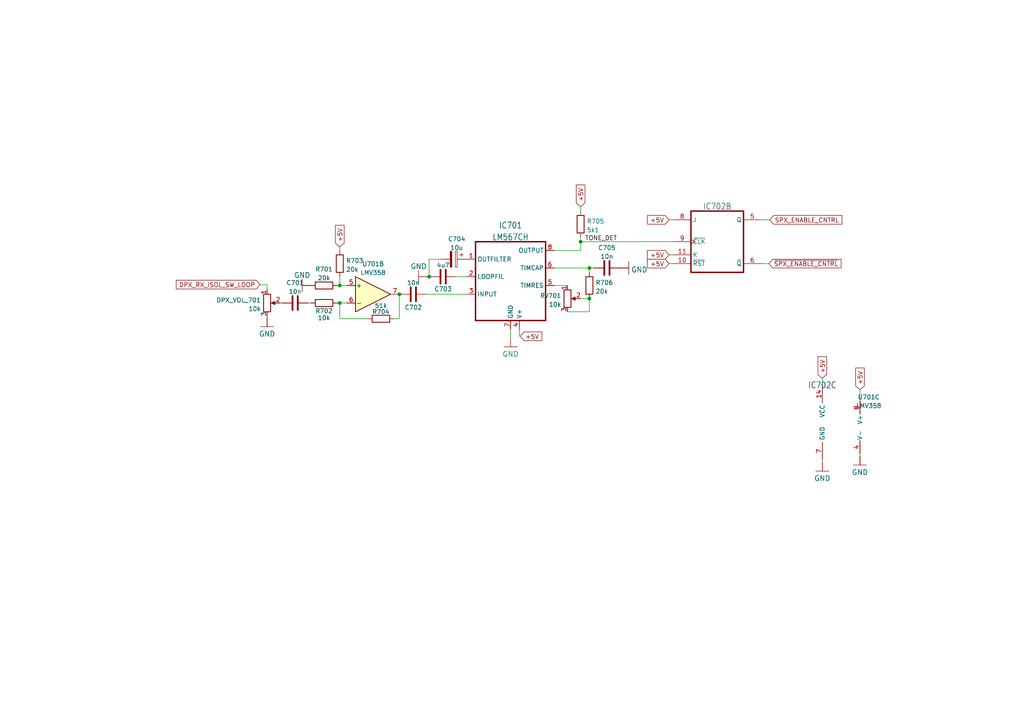
<source format=kicad_sch>
(kicad_sch (version 20211123) (generator eeschema)
  (paper "A4")
  (title_block (title "ParaCNTRL - FM repeater controller made of 74xx and analog") (date "2023-06-17") (rev "C") (company "ML Elektronika Mateusz Lubecki") (comment 1 "Simplex enable remote control") (comment 2 "1750Hz / 2600Hz tone detector"))
  (lib_symbols
    (symbol "Amplifier_Operational:LMV358" (pin_names (offset 0.127))
      (property "Reference" "U" (at 0 5.08 0))
      (property "Value" "LMV358" (at 0 -5.08 0))
      (symbol "LMV358_1_1"
        (polyline (pts (xy -5.08 5.08) (xy 5.08 0) (xy -5.08 -5.08) (xy -5.08 5.08)) (stroke (width 0.254)) (fill (type background)))
        (pin output line (at 7.62 0 180) (length 2.54) (name "~") (number "1"))
        (pin input line (at -7.62 -2.54 0) (length 2.54) (name "-") (number "2"))
        (pin input line (at -7.62 2.54 0) (length 2.54) (name "+") (number "3"))
      )
      (symbol "LMV358_2_1"
        (polyline (pts (xy -5.08 5.08) (xy 5.08 0) (xy -5.08 -5.08) (xy -5.08 5.08)) (stroke (width 0.254)) (fill (type background)))
        (pin input line (at -7.62 2.54 0) (length 2.54) (name "+") (number "5"))
        (pin input line (at -7.62 -2.54 0) (length 2.54) (name "-") (number "6"))
        (pin output line (at 7.62 0 180) (length 2.54) (name "~") (number "7"))
      )
      (symbol "LMV358_3_1"
        (pin power_in line (at -2.54 -7.62 90) (length 3.81) (name "V-") (number "4"))
        (pin power_in line (at -2.54 7.62 270) (length 3.81) (name "V+") (number "8"))
      )
    )
    (symbol "Device:C" (pin_numbers hide) (pin_names (offset 0.254))
      (property "Reference" "C" (at 0.635 2.54 0))
      (property "Value" "C" (at 0.635 -2.54 0))
      (symbol "C_0_1"
        (polyline (pts (xy -2.032 -0.762) (xy 2.032 -0.762)) (stroke (width 0.508)))
        (polyline (pts (xy -2.032 0.762) (xy 2.032 0.762)) (stroke (width 0.508)))
      )
      (symbol "C_1_1"
        (pin passive line (at 0 3.81 270) (length 2.794) (name "~") (number "1"))
        (pin passive line (at 0 -3.81 90) (length 2.794) (name "~") (number "2"))
      )
    )
    (symbol "Device:C_Polarized" (pin_numbers hide) (pin_names (offset 0.254))
      (property "Reference" "C" (at 0.635 2.54 0))
      (property "Value" "C_Polarized" (at 0.635 -2.54 0))
      (symbol "C_Polarized_0_1"
        (rectangle (start -2.286 0.508) (end 2.286 1.016))
        (polyline (pts (xy -1.778 2.286) (xy -0.762 2.286)))
        (polyline (pts (xy -1.27 2.794) (xy -1.27 1.778)))
        (rectangle (start 2.286 -0.508) (end -2.286 -1.016) (fill (type outline)))
      )
      (symbol "C_Polarized_1_1"
        (pin passive line (at 0 3.81 270) (length 2.794) (name "~") (number "1"))
        (pin passive line (at 0 -3.81 90) (length 2.794) (name "~") (number "2"))
      )
    )
    (symbol "Device:R" (pin_numbers hide) (pin_names (offset 0))
      (property "Reference" "R" (at 2.032 0 90))
      (property "Value" "R" (at 0 0 90))
      (symbol "R_0_1"
        (rectangle (start -1.016 -2.54) (end 1.016 2.54) (stroke (width 0.254)))
      )
      (symbol "R_1_1"
        (pin passive line (at 0 3.81 270) (length 1.27) (name "~") (number "1"))
        (pin passive line (at 0 -3.81 90) (length 1.27) (name "~") (number "2"))
      )
    )
    (symbol "Device:R_Potentiometer" (pin_names (offset 1.016) hide)
      (property "Reference" "RV" (at -4.445 0 90))
      (property "Value" "R_Potentiometer" (at -2.54 0 90))
      (symbol "R_Potentiometer_0_1"
        (polyline (pts (xy 2.54 0) (xy 1.524 0)))
        (polyline (pts (xy 1.143 0) (xy 2.286 0.508) (xy 2.286 -0.508) (xy 1.143 0)) (fill (type outline)))
        (rectangle (start 1.016 2.54) (end -1.016 -2.54) (stroke (width 0.254)))
      )
      (symbol "R_Potentiometer_1_1"
        (pin passive line (at 0 3.81 270) (length 1.27) (name "1") (number "1"))
        (pin passive line (at 3.81 0 180) (length 1.27) (name "2") (number "2"))
        (pin passive line (at 0 -3.81 90) (length 1.27) (name "3") (number "3"))
      )
    )
    (symbol "jk_flipflop:74HC107D"
      (property "Reference" "IC" (at -0.635 -0.635 0))
      (symbol "74HC107D_1_0"
        (polyline (pts (xy -7.62 -7.62) (xy 7.62 -7.62)) (stroke (width 0.4064)))
        (polyline (pts (xy -7.62 10.16) (xy -7.62 -7.62)) (stroke (width 0.4064)))
        (polyline (pts (xy 7.62 -7.62) (xy 7.62 10.16)) (stroke (width 0.4064)))
        (polyline (pts (xy 7.62 10.16) (xy -7.62 10.16)) (stroke (width 0.4064)))
        (pin input line (at -12.7 7.62 0) (length 5.08) (name "J") (number "1"))
        (pin input clock (at -12.7 1.27 0) (length 5.08) (name "~{CLK}") (number "12"))
        (pin input line (at -12.7 -5.08 0) (length 5.08) (name "~{RST}") (number "13"))
        (pin output line (at 12.7 -5.08 180) (length 5.08) (name "~{Q}") (number "2"))
        (pin output line (at 12.7 7.62 180) (length 5.08) (name "Q") (number "3"))
        (pin input line (at -12.7 -2.54 0) (length 5.08) (name "K") (number "4"))
      )
      (symbol "74HC107D_2_0"
        (polyline (pts (xy -7.62 -7.62) (xy 7.62 -7.62)) (stroke (width 0.4064)))
        (polyline (pts (xy -7.62 10.16) (xy -7.62 -7.62)) (stroke (width 0.4064)))
        (polyline (pts (xy 7.62 -7.62) (xy 7.62 10.16)) (stroke (width 0.4064)))
        (polyline (pts (xy 7.62 10.16) (xy -7.62 10.16)) (stroke (width 0.4064)))
        (pin input line (at -12.7 -5.08 0) (length 5.08) (name "~{RST}") (number "10"))
        (pin input line (at -12.7 -2.54 0) (length 5.08) (name "K") (number "11"))
        (pin output line (at 12.7 7.62 180) (length 5.08) (name "Q") (number "5"))
        (pin output line (at 12.7 -5.08 180) (length 5.08) (name "~{Q}") (number "6"))
        (pin input line (at -12.7 7.62 0) (length 5.08) (name "J") (number "8"))
        (pin input clock (at -12.7 1.27 0) (length 5.08) (name "~{CLK}") (number "9"))
      )
      (symbol "74HC107D_3_0"
        (pin power_in line (at 0 11.43 270) (length 5.08) (name "VCC") (number "14"))
        (pin power_in line (at 0 -10.16 90) (length 5.08) (name "GND") (number "7"))
      )
    )
    (symbol "paratnc_cp_import:GND" (power) (pin_names (offset 1.016))
      (property "Value" "GND" (at -2.54 -2.54 0))
      (symbol "GND_1_0"
        (polyline (pts (xy -1.905 0) (xy 1.905 0)))
        (pin power_in line (at 0 2.54 270) (length 2.54) (name "GND") (number "1"))
      )
    )
    (symbol "sterownik_eagle_import:LM567CH"
      (property "Reference" "IC" (at -10.16 15.875 0))
      (property "Value" "LM567CH" (at 0 15.875 0))
      (symbol "LM567CH_1_0"
        (polyline (pts (xy -10.16 -7.62) (xy 10.16 -7.62)) (stroke (width 0.4064)))
        (polyline (pts (xy -10.16 15.24) (xy -10.16 -7.62)) (stroke (width 0.4064)))
        (polyline (pts (xy 10.16 -7.62) (xy 10.16 15.24)) (stroke (width 0.4064)))
        (polyline (pts (xy 10.16 15.24) (xy -10.16 15.24)) (stroke (width 0.4064)))
        (pin output line (at -12.7 10.16 0) (length 2.54) (name "OUTFILTER") (number "1"))
        (pin passive line (at -12.7 5.08 0) (length 2.54) (name "LOOPFIL") (number "2"))
        (pin input line (at -12.7 0 0) (length 2.54) (name "INPUT") (number "3"))
        (pin power_in line (at 2.54 -10.16 90) (length 2.54) (name "V+") (number "4"))
        (pin passive line (at 12.7 2.54 180) (length 2.54) (name "TIMRES") (number "5"))
        (pin passive line (at 12.7 7.62 180) (length 2.54) (name "TIMCAP") (number "6"))
        (pin power_in line (at 0 -10.16 90) (length 2.54) (name "GND") (number "7"))
        (pin output line (at 12.7 12.7 180) (length 2.54) (name "OUTPUT") (number "8"))
      )
    )
  )
  (junction (at 115.824 85.344))
  (junction (at 124.46 80.264))
  (junction (at 98.552 87.884))
  (junction (at 170.942 77.724))
  (junction (at 168.402 70.104))
  (junction (at 98.552 82.804))
  (junction (at 170.942 86.614))
  (wire (pts (xy 168.402 70.104) (xy 168.402 68.834)))
  (wire (pts (xy 115.824 92.456) (xy 115.824 85.344)))
  (wire (pts (xy 106.68 92.456) (xy 98.552 92.456)))
  (wire (pts (xy 114.3 92.456) (xy 115.824 92.456)))
  (wire (pts (xy 98.552 71.628) (xy 98.552 72.644)))
  (wire (pts (xy 168.402 70.104) (xy 195.326 70.104)))
  (wire (pts (xy 194.056 63.754) (xy 195.326 63.754)))
  (wire (pts (xy 98.552 82.804) (xy 100.584 82.804)))
  (wire (pts (xy 220.726 63.754) (xy 223.266 63.754)))
  (wire (pts (xy 123.698 85.344) (xy 135.382 85.344)))
  (wire (pts (xy 168.402 59.944) (xy 168.402 61.214)))
  (wire (pts (xy 160.782 72.644) (xy 168.402 72.644)))
  (wire (pts (xy 77.47 91.694) (xy 77.47 92.202)))
  (wire (pts (xy 249.428 131.572) (xy 249.428 132.334)))
  (wire (pts (xy 124.46 75.184) (xy 124.46 80.264)))
  (wire (pts (xy 98.552 92.456) (xy 98.552 87.884)))
  (wire (pts (xy 170.942 90.424) (xy 170.942 86.614)))
  (wire (pts (xy 160.782 82.804) (xy 164.592 82.804)))
  (wire (pts (xy 150.622 97.409) (xy 150.876 97.536)))
  (wire (pts (xy 97.79 87.884) (xy 98.552 87.884)))
  (wire (pts (xy 97.79 82.804) (xy 98.552 82.804)))
  (wire (pts (xy 168.402 86.614) (xy 170.942 86.614)))
  (wire (pts (xy 150.622 95.504) (xy 150.622 97.409)))
  (wire (pts (xy 168.402 72.644) (xy 168.402 70.104)))
  (wire (pts (xy 194.056 76.454) (xy 195.326 76.454)))
  (wire (pts (xy 238.506 133.35) (xy 238.506 134.112)))
  (wire (pts (xy 164.592 90.424) (xy 170.942 90.424)))
  (wire (pts (xy 75.438 82.55) (xy 77.47 82.55)))
  (wire (pts (xy 124.46 80.264) (xy 124.714 80.264)))
  (wire (pts (xy 194.056 73.914) (xy 195.326 73.914)))
  (wire (pts (xy 132.334 80.264) (xy 135.382 80.264)))
  (wire (pts (xy 148.082 95.504) (xy 148.082 98.044)))
  (wire (pts (xy 123.952 80.264) (xy 124.46 80.264)))
  (wire (pts (xy 77.47 82.55) (xy 77.47 84.074)))
  (wire (pts (xy 249.428 113.03) (xy 249.428 116.332)))
  (wire (pts (xy 238.506 109.728) (xy 238.506 111.76)))
  (wire (pts (xy 220.726 76.454) (xy 223.012 76.454)))
  (wire (pts (xy 115.824 85.344) (xy 116.078 85.344)))
  (wire (pts (xy 89.408 87.884) (xy 90.17 87.884)))
  (wire (pts (xy 170.942 77.724) (xy 172.212 77.724)))
  (wire (pts (xy 127.762 75.184) (xy 124.46 75.184)))
  (wire (pts (xy 81.28 87.884) (xy 81.788 87.884)))
  (wire (pts (xy 98.552 87.884) (xy 100.584 87.884)))
  (wire (pts (xy 98.552 80.264) (xy 98.552 82.804)))
  (wire (pts (xy 160.782 77.724) (xy 170.942 77.724)))
  (wire (pts (xy 170.942 77.724) (xy 170.942 78.994)))
  (label "TONE_DET" (at 169.672 70.104 0))
  (global_label "~{SPX_ENABLE_CNTRL}" (shape input) (at 223.012 76.454 0) (property "Intersheet References" "${INTERSHEET_REFS}" (effects hide)))
  (global_label "+5V" (shape input) (at 238.506 109.728 90) (property "Intersheet References" "${INTERSHEET_REFS}" (effects hide)))
  (global_label "+5V" (shape input) (at 194.056 63.754 180) (property "Intersheet References" "${INTERSHEET_REFS}" (effects hide)))
  (global_label "DPX_RX_ISOL_SW_LOOP" (shape input) (at 75.438 82.55 180) (property "Intersheet References" "${INTERSHEET_REFS}" (effects hide)))
  (global_label "SPX_ENABLE_CNTRL" (shape input) (at 223.266 63.754 0) (property "Intersheet References" "${INTERSHEET_REFS}" (effects hide)))
  (global_label "+5V" (shape input) (at 168.402 59.944 90) (property "Intersheet References" "${INTERSHEET_REFS}" (effects hide)))
  (global_label "+5V" (shape input) (at 98.552 71.628 90) (property "Intersheet References" "${INTERSHEET_REFS}" (effects hide)))
  (global_label "+5V" (shape input) (at 150.876 97.536 0) (property "Intersheet References" "${INTERSHEET_REFS}" (effects hide)))
  (global_label "+5V" (shape input) (at 249.428 113.03 90) (property "Intersheet References" "${INTERSHEET_REFS}" (effects hide)))
  (global_label "+5V" (shape input) (at 194.056 73.914 180) (property "Intersheet References" "${INTERSHEET_REFS}" (effects hide)))
  (global_label "+5V" (shape input) (at 194.056 76.454 180) (property "Intersheet References" "${INTERSHEET_REFS}" (effects hide)))
  (symbol (lib_id "Device:C") (at 85.598 87.884 90) (unit 1)
    (property "Reference" "C701" (at 85.598 82.0252 90))
    (property "Value" "10n" (at 85.598 84.5621 90))
    (property "Footprint" "Capacitor_SMD:C_0805_2012Metric_Pad1.18x1.45mm_HandSolder" (effects hide))
  )
  (symbol (lib_id "Amplifier_Operational:LMV358") (at 251.968 123.952 0) (unit 3)
    (property "Reference" "U701" (at 251.968 115.1722 0))
    (property "Value" "LMV358" (at 251.968 117.7091 0))
    (property "Footprint" "Package_SO:SOIC-8_3.9x4.9mm_P1.27mm" (effects hide))
    (property "Datasheet" "http://www.ti.com/lit/ds/symlink/lmv324.pdf" (effects hide))
  )
  (symbol (lib_id "Device:R_Potentiometer") (at 77.47 87.884 0) (unit 1)
    (property "Reference" "DPX_VOL_701" (at 75.692 87.0493 0) (effects (justify right)))
    (property "Value" "10k" (at 75.692 89.5862 0) (effects (justify right)))
    (property "Footprint" "Potentiometer_SMD:Potentiometer_Bourns_3314J_Vertical" (effects hide))
  )
  (symbol (lib_id "paratnc_cp_import:GND") (at 182.372 77.724 90) (unit 1)
    (property "Reference" "#GND0705" (effects hide))
    (property "Value" "GND" (at 183.007 78.2358 90) (effects (font (size 1.4986 1.4986)) (justify right)))
  )
  (symbol (lib_id "Device:C") (at 119.888 85.344 90) (unit 1)
    (property "Reference" "C702" (at 119.888 89.154 90))
    (property "Value" "10n" (at 119.888 82.0221 90))
    (property "Footprint" "Capacitor_SMD:C_0805_2012Metric_Pad1.18x1.45mm_HandSolder" (effects hide))
  )
  (symbol (lib_id "Device:C") (at 176.022 77.724 90) (unit 1)
    (property "Reference" "C705" (at 176.022 71.8652 90))
    (property "Value" "10n" (at 176.022 74.4021 90))
    (property "Footprint" "Capacitor_SMD:C_0805_2012Metric_Pad1.18x1.45mm_HandSolder" (effects hide))
  )
  (symbol (lib_id "paratnc_cp_import:GND") (at 77.47 94.742 0) (unit 1)
    (property "Reference" "#GND0701" (effects hide))
    (property "Value" "GND" (at 77.47 96.8508 0) (effects (font (size 1.4986 1.4986))))
  )
  (symbol (lib_id "Device:C_Polarized") (at 131.572 75.184 270) (unit 1)
    (property "Reference" "C704" (at 132.461 69.3252 90))
    (property "Value" "10u" (at 132.461 71.8621 90))
    (property "Footprint" "Capacitor_Tantalum_SMD:CP_EIA-3528-21_Kemet-B_Pad1.50x2.35mm_HandSolder" (effects hide))
  )
  (symbol (lib_id "paratnc_cp_import:GND") (at 238.506 136.652 0) (unit 1)
    (property "Reference" "#GND0102" (effects hide))
    (property "Value" "GND" (at 238.506 138.7608 0) (effects (font (size 1.4986 1.4986))))
  )
  (symbol (lib_id "paratnc_cp_import:GND") (at 249.428 134.874 0) (unit 1)
    (property "Reference" "#GND0101" (effects hide))
    (property "Value" "GND" (at 249.428 136.9828 0) (effects (font (size 1.4986 1.4986))))
  )
  (symbol (lib_id "Device:R") (at 93.98 87.884 90) (unit 1)
    (property "Reference" "R702" (at 93.98 90.17 90))
    (property "Value" "10k" (at 93.98 92.202 90))
    (property "Footprint" "Resistor_SMD:R_0805_2012Metric_Pad1.20x1.40mm_HandSolder" (effects hide))
  )
  (symbol (lib_id "Device:C") (at 128.524 80.264 90) (unit 1)
    (property "Reference" "C703" (at 128.524 83.82 90))
    (property "Value" "4u7" (at 128.524 76.9421 90))
    (property "Footprint" "Capacitor_SMD:C_0805_2012Metric_Pad1.18x1.45mm_HandSolder" (effects hide))
  )
  (symbol (lib_id "sterownik_eagle_import:LM567CH") (at 148.082 85.344 0) (unit 1)
    (property "Reference" "IC701" (at 148.082 65.3614 0) (effects (font (size 1.778 1.5113))))
    (property "Value" "LM567CH" (at 148.082 68.7614 0) (effects (font (size 1.778 1.5113))))
    (property "Footprint" "Package_SO:SOIC-8_3.9x4.9mm_P1.27mm" (effects hide))
  )
  (symbol (lib_id "Amplifier_Operational:LMV358") (at 108.204 85.344 0) (unit 2)
    (property "Reference" "U701" (at 108.204 76.5642 0))
    (property "Value" "LMV358" (at 108.204 79.1011 0))
    (property "Footprint" "Package_SO:SOIC-8_3.9x4.9mm_P1.27mm" (effects hide))
    (property "Datasheet" "http://www.ti.com/lit/ds/symlink/lmv324.pdf" (effects hide))
  )
  (symbol (lib_id "jk_flipflop:74HC107D") (at 238.506 123.19 0) (unit 3)
    (property "Reference" "IC702" (at 238.506 111.6874 0) (effects (font (size 1.778 1.5113))))
    (property "Value" "74HC107D" (effects hide))
    (property "Footprint" "Package_SO:SO-14_3.9x8.65mm_P1.27mm" (effects hide))
    (property "Datasheet" "https://assets.nexperia.com/documents/data-sheet/74HC_HCT107.pdf" (effects hide))
  )
  (symbol (lib_id "Device:R") (at 170.942 82.804 180) (unit 1)
    (property "Reference" "R706" (at 172.72 81.9693 0) (effects (justify right)))
    (property "Value" "20k" (at 172.72 84.5062 0) (effects (justify right)))
    (property "Footprint" "Resistor_SMD:R_0805_2012Metric_Pad1.20x1.40mm_HandSolder" (effects hide))
  )
  (symbol (lib_id "Device:R_Potentiometer") (at 164.592 86.614 0) (unit 1)
    (property "Reference" "RV701" (at 162.8141 85.7793 0) (effects (justify right)))
    (property "Value" "10k" (at 162.8141 88.3162 0) (effects (justify right)))
    (property "Footprint" "potentiometers:Potentiometer_SRpassives_1028F" (effects hide))
  )
  (symbol (lib_id "Device:R") (at 93.98 82.804 270) (unit 1)
    (property "Reference" "R701" (at 93.98 78.0882 90))
    (property "Value" "20k" (at 93.98 80.6251 90))
    (property "Footprint" "Resistor_SMD:R_0805_2012Metric_Pad1.20x1.40mm_HandSolder" (effects hide))
  )
  (symbol (lib_id "jk_flipflop:74HC107D") (at 208.026 71.374 0) (unit 2)
    (property "Reference" "IC702" (at 208.026 59.8714 0) (effects (font (size 1.778 1.5113))))
    (property "Value" "74HC107D" (effects hide))
    (property "Footprint" "Package_SO:SO-14_3.9x8.65mm_P1.27mm" (effects hide))
    (property "Datasheet" "https://assets.nexperia.com/documents/data-sheet/74HC_HCT107.pdf" (effects hide))
  )
  (symbol (lib_id "paratnc_cp_import:GND") (at 87.63 82.804 270) (unit 1)
    (property "Reference" "#GND0702" (effects hide))
    (property "Value" "GND" (at 87.63 79.8138 90) (effects (font (size 1.4986 1.4986))))
  )
  (symbol (lib_id "paratnc_cp_import:GND") (at 148.082 100.584 0) (unit 1)
    (property "Reference" "#GND0704" (effects hide))
    (property "Value" "GND" (at 148.082 102.6928 0) (effects (font (size 1.4986 1.4986))))
  )
  (symbol (lib_id "Device:R") (at 110.49 92.456 90) (unit 1)
    (property "Reference" "R704" (at 110.49 90.424 90))
    (property "Value" "51k" (at 110.49 88.646 90))
    (property "Footprint" "Resistor_SMD:R_0805_2012Metric_Pad1.20x1.40mm_HandSolder" (effects hide))
  )
  (symbol (lib_id "paratnc_cp_import:GND") (at 121.412 80.264 270) (unit 1)
    (property "Reference" "#GND0703" (effects hide))
    (property "Value" "GND" (at 121.412 77.2738 90) (effects (font (size 1.4986 1.4986))))
  )
  (symbol (lib_id "Device:R") (at 98.552 76.454 180) (unit 1)
    (property "Reference" "R703" (at 100.33 75.6193 0) (effects (justify right)))
    (property "Value" "20k" (at 100.33 78.1562 0) (effects (justify right)))
    (property "Footprint" "Resistor_SMD:R_0805_2012Metric_Pad1.20x1.40mm_HandSolder" (effects hide))
  )
  (symbol (lib_id "Device:R") (at 168.402 65.024 180) (unit 1)
    (property "Reference" "R705" (at 170.18 64.1893 0) (effects (justify right)))
    (property "Value" "5k1" (at 170.18 66.7262 0) (effects (justify right)))
    (property "Footprint" "Resistor_SMD:R_0805_2012Metric_Pad1.20x1.40mm_HandSolder" (effects hide))
  )
)
</source>
